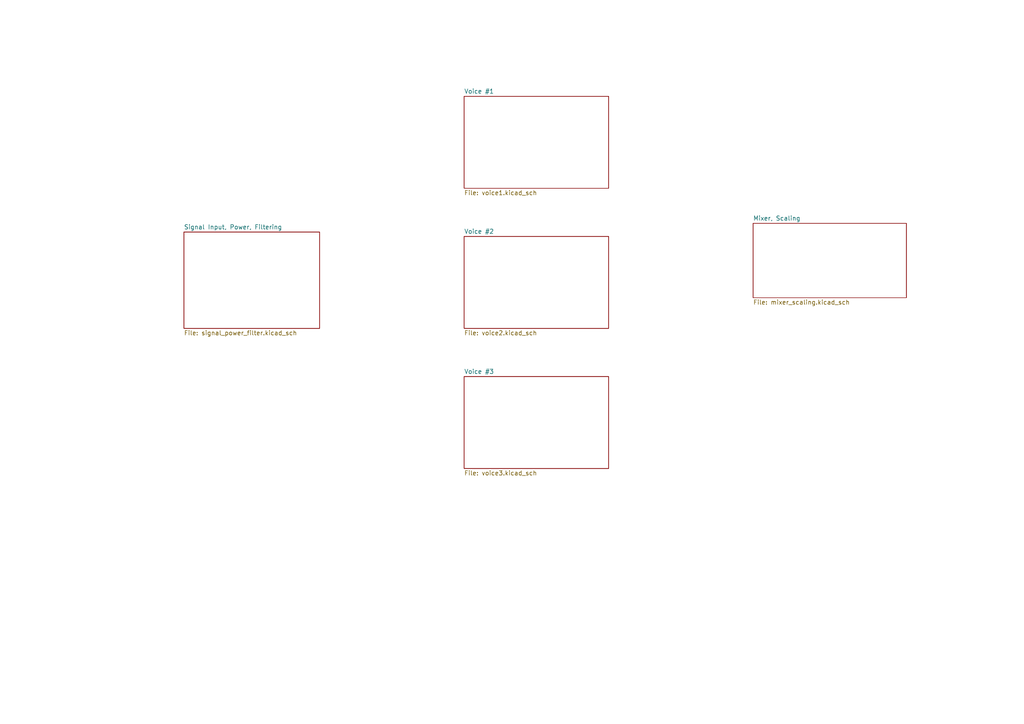
<source format=kicad_sch>
(kicad_sch
	(version 20250114)
	(generator "eeschema")
	(generator_version "9.0")
	(uuid "8b324b0a-205a-4707-93d2-08a9fcbdb565")
	(paper "A4")
	(title_block
		(title "Drone Pedal ")
		(date "2025-02-15")
		(rev "1.0.0")
	)
	(lib_symbols)
	(sheet
		(at 134.62 109.22)
		(size 41.91 26.67)
		(exclude_from_sim no)
		(in_bom yes)
		(on_board yes)
		(dnp no)
		(fields_autoplaced yes)
		(stroke
			(width 0.1524)
			(type solid)
		)
		(fill
			(color 0 0 0 0.0000)
		)
		(uuid "1c133e6e-26a6-4219-bb4c-bebd46db40d9")
		(property "Sheetname" "Voice #3"
			(at 134.62 108.5084 0)
			(effects
				(font
					(size 1.27 1.27)
				)
				(justify left bottom)
			)
		)
		(property "Sheetfile" "voice3.kicad_sch"
			(at 134.62 136.4746 0)
			(effects
				(font
					(size 1.27 1.27)
				)
				(justify left top)
			)
		)
		(instances
			(project "DronePedal"
				(path "/8b324b0a-205a-4707-93d2-08a9fcbdb565"
					(page "6")
				)
			)
		)
	)
	(sheet
		(at 134.62 27.94)
		(size 41.91 26.67)
		(exclude_from_sim no)
		(in_bom yes)
		(on_board yes)
		(dnp no)
		(fields_autoplaced yes)
		(stroke
			(width 0.1524)
			(type solid)
		)
		(fill
			(color 0 0 0 0.0000)
		)
		(uuid "2c52f77a-d1fb-4800-8c1a-460705a9794d")
		(property "Sheetname" "Voice #1"
			(at 134.62 27.2284 0)
			(effects
				(font
					(size 1.27 1.27)
				)
				(justify left bottom)
			)
		)
		(property "Sheetfile" "voice1.kicad_sch"
			(at 134.62 55.1946 0)
			(effects
				(font
					(size 1.27 1.27)
				)
				(justify left top)
			)
		)
		(instances
			(project "DronePedal"
				(path "/8b324b0a-205a-4707-93d2-08a9fcbdb565"
					(page "3")
				)
			)
		)
	)
	(sheet
		(at 53.34 67.31)
		(size 39.37 27.94)
		(exclude_from_sim no)
		(in_bom yes)
		(on_board yes)
		(dnp no)
		(fields_autoplaced yes)
		(stroke
			(width 0.1524)
			(type solid)
		)
		(fill
			(color 0 0 0 0.0000)
		)
		(uuid "b2705c0b-c9fc-4583-ad45-eea646944259")
		(property "Sheetname" "Signal Input, Power, Filtering"
			(at 53.34 66.5984 0)
			(effects
				(font
					(size 1.27 1.27)
				)
				(justify left bottom)
			)
		)
		(property "Sheetfile" "signal_power_filter.kicad_sch"
			(at 53.34 95.8346 0)
			(effects
				(font
					(size 1.27 1.27)
				)
				(justify left top)
			)
		)
		(instances
			(project "DronePedal"
				(path "/8b324b0a-205a-4707-93d2-08a9fcbdb565"
					(page "2")
				)
			)
		)
	)
	(sheet
		(at 134.62 68.58)
		(size 41.91 26.67)
		(exclude_from_sim no)
		(in_bom yes)
		(on_board yes)
		(dnp no)
		(fields_autoplaced yes)
		(stroke
			(width 0.1524)
			(type solid)
		)
		(fill
			(color 0 0 0 0.0000)
		)
		(uuid "bfc653ba-da11-4516-af3b-bdea57ebe0ed")
		(property "Sheetname" "Voice #2"
			(at 134.62 67.8684 0)
			(effects
				(font
					(size 1.27 1.27)
				)
				(justify left bottom)
			)
		)
		(property "Sheetfile" "voice2.kicad_sch"
			(at 134.62 95.8346 0)
			(effects
				(font
					(size 1.27 1.27)
				)
				(justify left top)
			)
		)
		(instances
			(project "DronePedal"
				(path "/8b324b0a-205a-4707-93d2-08a9fcbdb565"
					(page "5")
				)
			)
		)
	)
	(sheet
		(at 218.44 64.77)
		(size 44.45 21.59)
		(exclude_from_sim no)
		(in_bom yes)
		(on_board yes)
		(dnp no)
		(fields_autoplaced yes)
		(stroke
			(width 0.1524)
			(type solid)
		)
		(fill
			(color 0 0 0 0.0000)
		)
		(uuid "ef4d6ec6-1e23-4d53-9358-ab4233b2ca2d")
		(property "Sheetname" "Mixer, Scaling"
			(at 218.44 64.0584 0)
			(effects
				(font
					(size 1.27 1.27)
				)
				(justify left bottom)
			)
		)
		(property "Sheetfile" "mixer_scaling.kicad_sch"
			(at 218.44 86.9446 0)
			(effects
				(font
					(size 1.27 1.27)
				)
				(justify left top)
			)
		)
		(instances
			(project "DronePedal"
				(path "/8b324b0a-205a-4707-93d2-08a9fcbdb565"
					(page "4")
				)
			)
		)
	)
	(sheet_instances
		(path "/"
			(page "1")
		)
	)
	(embedded_fonts no)
)

</source>
